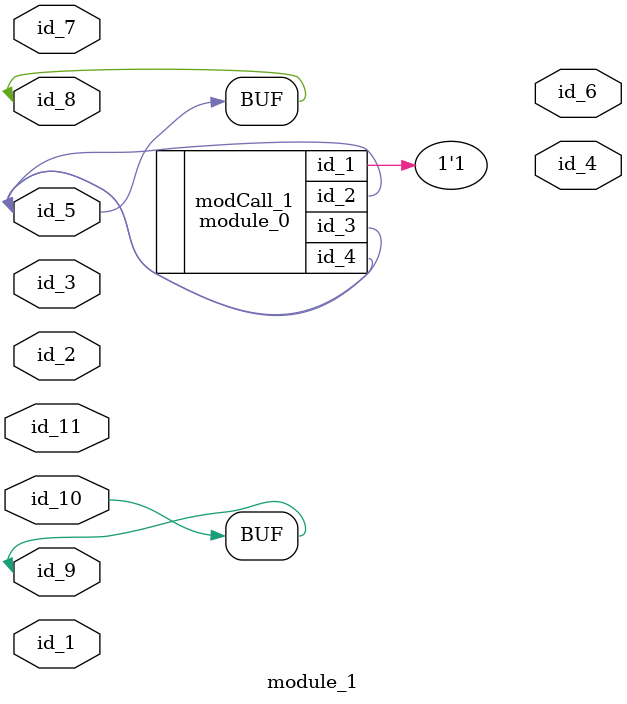
<source format=v>
module module_0 (
    id_1,
    id_2,
    id_3,
    id_4
);
  inout wire id_4;
  output wire id_3;
  output wire id_2;
  inout wire id_1;
endmodule
module module_1 (
    id_1,
    id_2,
    id_3,
    id_4,
    id_5,
    id_6,
    id_7,
    id_8,
    id_9,
    id_10,
    id_11
);
  inout wire id_11;
  inout wire id_10;
  inout wire id_9;
  inout wire id_8;
  input wire id_7;
  output wire id_6;
  inout wire id_5;
  output wire id_4;
  input wire id_3;
  input wire id_2;
  input wire id_1;
  parameter id_12 = 1;
  assign id_5 = id_8;
  wire id_13;
  module_0 modCall_1 (
      id_12,
      id_5,
      id_8,
      id_5
  );
  assign id_9 = id_10;
endmodule

</source>
